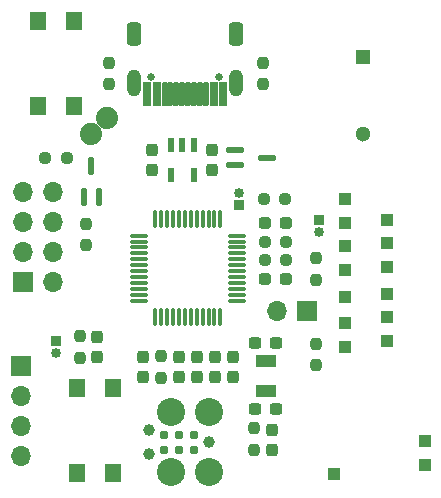
<source format=gts>
G04 #@! TF.GenerationSoftware,KiCad,Pcbnew,8.0.1*
G04 #@! TF.CreationDate,2024-04-26T17:57:18-05:00*
G04 #@! TF.ProjectId,HCIPCB_ATSAMD21G18_template,48434950-4342-45f4-9154-53414d443231,rev?*
G04 #@! TF.SameCoordinates,Original*
G04 #@! TF.FileFunction,Soldermask,Top*
G04 #@! TF.FilePolarity,Negative*
%FSLAX46Y46*%
G04 Gerber Fmt 4.6, Leading zero omitted, Abs format (unit mm)*
G04 Created by KiCad (PCBNEW 8.0.1) date 2024-04-26 17:57:18*
%MOMM*%
%LPD*%
G01*
G04 APERTURE LIST*
G04 Aperture macros list*
%AMRoundRect*
0 Rectangle with rounded corners*
0 $1 Rounding radius*
0 $2 $3 $4 $5 $6 $7 $8 $9 X,Y pos of 4 corners*
0 Add a 4 corners polygon primitive as box body*
4,1,4,$2,$3,$4,$5,$6,$7,$8,$9,$2,$3,0*
0 Add four circle primitives for the rounded corners*
1,1,$1+$1,$2,$3*
1,1,$1+$1,$4,$5*
1,1,$1+$1,$6,$7*
1,1,$1+$1,$8,$9*
0 Add four rect primitives between the rounded corners*
20,1,$1+$1,$2,$3,$4,$5,0*
20,1,$1+$1,$4,$5,$6,$7,0*
20,1,$1+$1,$6,$7,$8,$9,0*
20,1,$1+$1,$8,$9,$2,$3,0*%
G04 Aperture macros list end*
%ADD10R,0.850000X0.850000*%
%ADD11O,0.850000X0.850000*%
%ADD12R,1.000000X1.000000*%
%ADD13RoundRect,0.237500X-0.237500X0.287500X-0.237500X-0.287500X0.237500X-0.287500X0.237500X0.287500X0*%
%ADD14RoundRect,0.237500X-0.250000X-0.237500X0.250000X-0.237500X0.250000X0.237500X-0.250000X0.237500X0*%
%ADD15RoundRect,0.237500X-0.237500X0.300000X-0.237500X-0.300000X0.237500X-0.300000X0.237500X0.300000X0*%
%ADD16RoundRect,0.075000X0.662500X0.075000X-0.662500X0.075000X-0.662500X-0.075000X0.662500X-0.075000X0*%
%ADD17RoundRect,0.075000X0.075000X0.662500X-0.075000X0.662500X-0.075000X-0.662500X0.075000X-0.662500X0*%
%ADD18RoundRect,0.237500X0.237500X-0.287500X0.237500X0.287500X-0.237500X0.287500X-0.237500X-0.287500X0*%
%ADD19RoundRect,0.237500X-0.237500X0.250000X-0.237500X-0.250000X0.237500X-0.250000X0.237500X0.250000X0*%
%ADD20RoundRect,0.237500X-0.287500X-0.237500X0.287500X-0.237500X0.287500X0.237500X-0.287500X0.237500X0*%
%ADD21RoundRect,0.237500X0.237500X-0.250000X0.237500X0.250000X-0.237500X0.250000X-0.237500X-0.250000X0*%
%ADD22RoundRect,0.237500X-0.300000X-0.237500X0.300000X-0.237500X0.300000X0.237500X-0.300000X0.237500X0*%
%ADD23C,0.650000*%
%ADD24RoundRect,0.075000X0.300000X0.960000X-0.300000X0.960000X-0.300000X-0.960000X0.300000X-0.960000X0*%
%ADD25RoundRect,0.075000X0.150000X0.960000X-0.150000X0.960000X-0.150000X-0.960000X0.150000X-0.960000X0*%
%ADD26O,1.204000X2.304000*%
%ADD27RoundRect,0.301000X0.301000X0.701000X-0.301000X0.701000X-0.301000X-0.701000X0.301000X-0.701000X0*%
%ADD28R,1.300000X1.300000*%
%ADD29C,1.300000*%
%ADD30R,1.400000X1.600000*%
%ADD31RoundRect,0.112500X-0.112500X-0.637500X0.112500X-0.637500X0.112500X0.637500X-0.112500X0.637500X0*%
%ADD32R,1.700000X1.700000*%
%ADD33O,1.700000X1.700000*%
%ADD34RoundRect,0.237500X0.237500X-0.300000X0.237500X0.300000X-0.237500X0.300000X-0.237500X-0.300000X0*%
%ADD35RoundRect,0.237500X0.250000X0.237500X-0.250000X0.237500X-0.250000X-0.237500X0.250000X-0.237500X0*%
%ADD36C,1.879600*%
%ADD37R,0.600000X1.200000*%
%ADD38RoundRect,0.112500X-0.637500X0.112500X-0.637500X-0.112500X0.637500X-0.112500X0.637500X0.112500X0*%
%ADD39C,2.374900*%
%ADD40C,0.990600*%
%ADD41C,0.787400*%
%ADD42R,1.800000X1.000000*%
G04 APERTURE END LIST*
D10*
X110500000Y-107000000D03*
D11*
X110500000Y-108000000D03*
D12*
X135000000Y-99000000D03*
X135000000Y-105500000D03*
D13*
X128800000Y-114525000D03*
X128800000Y-116275000D03*
D12*
X138500000Y-96750000D03*
D14*
X128162500Y-100156750D03*
X129987500Y-100156750D03*
D12*
X138500000Y-98750000D03*
D15*
X117856000Y-108331500D03*
X117856000Y-110056500D03*
D16*
X125828500Y-103588000D03*
X125828500Y-103088000D03*
X125828500Y-102588000D03*
X125828500Y-102088000D03*
X125828500Y-101588000D03*
X125828500Y-101088000D03*
X125828500Y-100588000D03*
X125828500Y-100088000D03*
X125828500Y-99588000D03*
X125828500Y-99088000D03*
X125828500Y-98588000D03*
X125828500Y-98088000D03*
D17*
X124416000Y-96675500D03*
X123916000Y-96675500D03*
X123416000Y-96675500D03*
X122916000Y-96675500D03*
X122416000Y-96675500D03*
X121916000Y-96675500D03*
X121416000Y-96675500D03*
X120916000Y-96675500D03*
X120416000Y-96675500D03*
X119916000Y-96675500D03*
X119416000Y-96675500D03*
X118916000Y-96675500D03*
D16*
X117503500Y-98088000D03*
X117503500Y-98588000D03*
X117503500Y-99088000D03*
X117503500Y-99588000D03*
X117503500Y-100088000D03*
X117503500Y-100588000D03*
X117503500Y-101088000D03*
X117503500Y-101588000D03*
X117503500Y-102088000D03*
X117503500Y-102588000D03*
X117503500Y-103088000D03*
X117503500Y-103588000D03*
D17*
X118916000Y-105000500D03*
X119416000Y-105000500D03*
X119916000Y-105000500D03*
X120416000Y-105000500D03*
X120916000Y-105000500D03*
X121416000Y-105000500D03*
X121916000Y-105000500D03*
X122416000Y-105000500D03*
X122916000Y-105000500D03*
X123416000Y-105000500D03*
X123916000Y-105000500D03*
X124416000Y-105000500D03*
D18*
X123952000Y-110082000D03*
X123952000Y-108332000D03*
D19*
X132500000Y-100000000D03*
X132500000Y-101825000D03*
D20*
X128212500Y-97000000D03*
X129962500Y-97000000D03*
X128229886Y-101750000D03*
X129979886Y-101750000D03*
D21*
X112500000Y-108412500D03*
X112500000Y-106587500D03*
D22*
X127387500Y-107168000D03*
X129112500Y-107168000D03*
D15*
X122428000Y-108344500D03*
X122428000Y-110069500D03*
X125476000Y-108344500D03*
X125476000Y-110069500D03*
D23*
X124333119Y-84679999D03*
X118553119Y-84679999D03*
D24*
X124643119Y-86139999D03*
X123843119Y-86139999D03*
D25*
X122693119Y-86139999D03*
X121693119Y-86139999D03*
X121193119Y-86139999D03*
X120193119Y-86139999D03*
D24*
X118243119Y-86139999D03*
X119043119Y-86139999D03*
D25*
X119693119Y-86139999D03*
X120693119Y-86139999D03*
X122193119Y-86139999D03*
X123193119Y-86139999D03*
D26*
X125763119Y-85179999D03*
X117123119Y-85179999D03*
D27*
X125763119Y-80999999D03*
X117123119Y-80999999D03*
D12*
X135000000Y-103250000D03*
D28*
X136500000Y-83000000D03*
D29*
X136500000Y-89500000D03*
D12*
X138500000Y-103000000D03*
D30*
X109000000Y-87100000D03*
X109000000Y-79900000D03*
X112000000Y-87100000D03*
X112000000Y-79900000D03*
D19*
X127254000Y-114403500D03*
X127254000Y-116228500D03*
D31*
X112850000Y-94830000D03*
X114150000Y-94830000D03*
X113500000Y-92170000D03*
D19*
X128016000Y-83435500D03*
X128016000Y-85260500D03*
D12*
X135000000Y-97000000D03*
X134000000Y-118250000D03*
D32*
X107500000Y-109130000D03*
D33*
X107500000Y-111670000D03*
X107500000Y-114210000D03*
X107500000Y-116750000D03*
D34*
X118660000Y-92562500D03*
X118660000Y-90837500D03*
D12*
X138500000Y-107000000D03*
D34*
X114000000Y-108362500D03*
X114000000Y-106637500D03*
X123740000Y-92562500D03*
X123740000Y-90837500D03*
D10*
X126000000Y-95500000D03*
D11*
X126000000Y-94500000D03*
D35*
X111412500Y-91500000D03*
X109587500Y-91500000D03*
D14*
X128175000Y-98600000D03*
X130000000Y-98600000D03*
D15*
X120904000Y-108344500D03*
X120904000Y-110069500D03*
D19*
X132500000Y-107250000D03*
X132500000Y-109075000D03*
D12*
X135000000Y-107500000D03*
D30*
X115300000Y-111000000D03*
X115300000Y-118200000D03*
X112300000Y-111000000D03*
X112300000Y-118200000D03*
D19*
X115000000Y-83435500D03*
X115000000Y-85260500D03*
D36*
X114858900Y-88148720D03*
X113500000Y-89500000D03*
D12*
X135000000Y-95000000D03*
D37*
X122150000Y-90450000D03*
X121200000Y-90450000D03*
X120250000Y-90450000D03*
X120250000Y-92950000D03*
X122150000Y-92950000D03*
D22*
X127387500Y-112756000D03*
X129112500Y-112756000D03*
D12*
X138500000Y-100750000D03*
D32*
X107710000Y-102000000D03*
D33*
X110250000Y-102000000D03*
X107710000Y-99460000D03*
X110250000Y-99460000D03*
X107710000Y-96920000D03*
X110250000Y-96920000D03*
X107710000Y-94380000D03*
X110250000Y-94380000D03*
D32*
X131750000Y-104500000D03*
D33*
X129210000Y-104500000D03*
D38*
X125670000Y-90850000D03*
X125670000Y-92150000D03*
X128330000Y-91500000D03*
D21*
X113000000Y-98912500D03*
X113000000Y-97087500D03*
D10*
X132750000Y-96750000D03*
D11*
X132750000Y-97750000D03*
D12*
X141750000Y-115500000D03*
D39*
X123444000Y-118110000D03*
D40*
X123444000Y-115570000D03*
D39*
X123444000Y-113030000D03*
X120269000Y-118110000D03*
X120269000Y-113030000D03*
D40*
X118364000Y-116586000D03*
X118364000Y-114554000D03*
D41*
X122174000Y-114935000D03*
X122174000Y-116205000D03*
X120904000Y-114935000D03*
X120904000Y-116205000D03*
X119634000Y-114935000D03*
X119634000Y-116205000D03*
D12*
X141750000Y-117500000D03*
X135000000Y-101000000D03*
D42*
X128250000Y-108712000D03*
X128250000Y-111212000D03*
D21*
X119380000Y-110106500D03*
X119380000Y-108281500D03*
D12*
X138500000Y-105000000D03*
D14*
X128087500Y-95000000D03*
X129912500Y-95000000D03*
M02*

</source>
